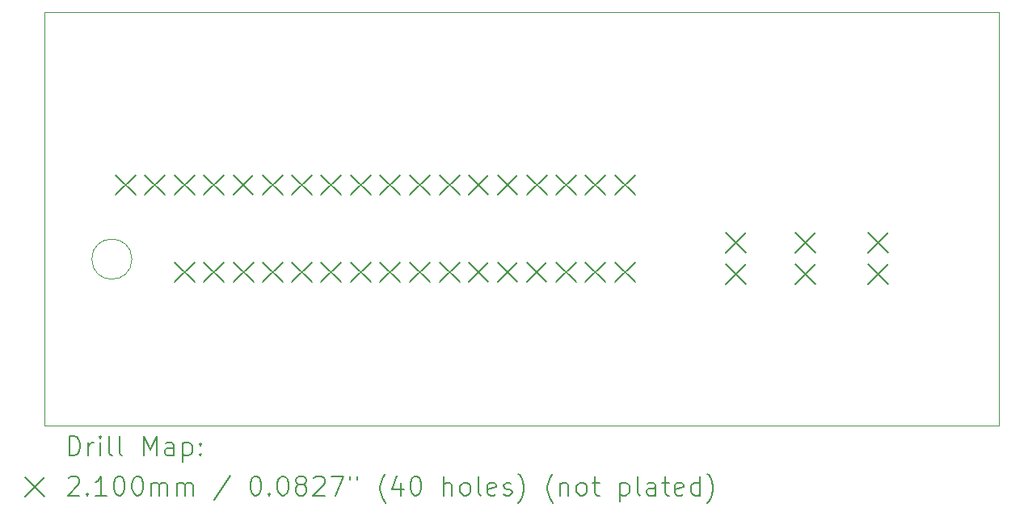
<source format=gbr>
%TF.GenerationSoftware,KiCad,Pcbnew,9.0.1*%
%TF.CreationDate,2025-06-29T19:09:28+12:00*%
%TF.ProjectId,pdp-11-colour,7064702d-3131-42d6-936f-6c6f75722e6b,rev?*%
%TF.SameCoordinates,Original*%
%TF.FileFunction,Drillmap*%
%TF.FilePolarity,Positive*%
%FSLAX45Y45*%
G04 Gerber Fmt 4.5, Leading zero omitted, Abs format (unit mm)*
G04 Created by KiCad (PCBNEW 9.0.1) date 2025-06-29 19:09:28*
%MOMM*%
%LPD*%
G01*
G04 APERTURE LIST*
%ADD10C,0.050000*%
%ADD11C,0.200000*%
%ADD12C,0.210000*%
G04 APERTURE END LIST*
D10*
X12225000Y-7792000D02*
G75*
G02*
X11805000Y-7792000I-210000J0D01*
G01*
X11805000Y-7792000D02*
G75*
G02*
X12225000Y-7792000I210000J0D01*
G01*
X21311500Y-9536245D02*
X21311500Y-5202945D01*
X11311500Y-9536245D02*
X11311500Y-5202945D01*
X21311500Y-5202945D02*
X11311500Y-5202945D01*
X11311500Y-9536245D02*
X21311500Y-9536245D01*
D11*
D12*
X12056000Y-6909000D02*
X12266000Y-7119000D01*
X12266000Y-6909000D02*
X12056000Y-7119000D01*
X12363000Y-6909000D02*
X12573000Y-7119000D01*
X12573000Y-6909000D02*
X12363000Y-7119000D01*
X12673000Y-6909000D02*
X12883000Y-7119000D01*
X12883000Y-6909000D02*
X12673000Y-7119000D01*
X12674000Y-7824000D02*
X12884000Y-8034000D01*
X12884000Y-7824000D02*
X12674000Y-8034000D01*
X12980000Y-6909000D02*
X13190000Y-7119000D01*
X13190000Y-6909000D02*
X12980000Y-7119000D01*
X12980000Y-7824000D02*
X13190000Y-8034000D01*
X13190000Y-7824000D02*
X12980000Y-8034000D01*
X13287000Y-6909000D02*
X13497000Y-7119000D01*
X13497000Y-6909000D02*
X13287000Y-7119000D01*
X13288000Y-7824000D02*
X13498000Y-8034000D01*
X13498000Y-7824000D02*
X13288000Y-8034000D01*
X13596000Y-6909000D02*
X13806000Y-7119000D01*
X13806000Y-6909000D02*
X13596000Y-7119000D01*
X13596000Y-7824000D02*
X13806000Y-8034000D01*
X13806000Y-7824000D02*
X13596000Y-8034000D01*
X13901000Y-7824000D02*
X14111000Y-8034000D01*
X14111000Y-7824000D02*
X13901000Y-8034000D01*
X13902000Y-6909000D02*
X14112000Y-7119000D01*
X14112000Y-6909000D02*
X13902000Y-7119000D01*
X14209000Y-6909000D02*
X14419000Y-7119000D01*
X14419000Y-6909000D02*
X14209000Y-7119000D01*
X14209000Y-7824000D02*
X14419000Y-8034000D01*
X14419000Y-7824000D02*
X14209000Y-8034000D01*
X14516000Y-6909000D02*
X14726000Y-7119000D01*
X14726000Y-6909000D02*
X14516000Y-7119000D01*
X14516000Y-7824000D02*
X14726000Y-8034000D01*
X14726000Y-7824000D02*
X14516000Y-8034000D01*
X14825000Y-6909000D02*
X15035000Y-7119000D01*
X15035000Y-6909000D02*
X14825000Y-7119000D01*
X14825000Y-7824000D02*
X15035000Y-8034000D01*
X15035000Y-7824000D02*
X14825000Y-8034000D01*
X15135000Y-7824000D02*
X15345000Y-8034000D01*
X15345000Y-7824000D02*
X15135000Y-8034000D01*
X15137000Y-6909000D02*
X15347000Y-7119000D01*
X15347000Y-6909000D02*
X15137000Y-7119000D01*
X15447000Y-6909000D02*
X15657000Y-7119000D01*
X15657000Y-6909000D02*
X15447000Y-7119000D01*
X15447000Y-7824000D02*
X15657000Y-8034000D01*
X15657000Y-7824000D02*
X15447000Y-8034000D01*
X15750000Y-6909000D02*
X15960000Y-7119000D01*
X15960000Y-6909000D02*
X15750000Y-7119000D01*
X15750000Y-7824000D02*
X15960000Y-8034000D01*
X15960000Y-7824000D02*
X15750000Y-8034000D01*
X16055000Y-6909000D02*
X16265000Y-7119000D01*
X16265000Y-6909000D02*
X16055000Y-7119000D01*
X16056000Y-7824000D02*
X16266000Y-8034000D01*
X16266000Y-7824000D02*
X16056000Y-8034000D01*
X16361000Y-7824000D02*
X16571000Y-8034000D01*
X16571000Y-7824000D02*
X16361000Y-8034000D01*
X16362000Y-6909000D02*
X16572000Y-7119000D01*
X16572000Y-6909000D02*
X16362000Y-7119000D01*
X16667000Y-6909000D02*
X16877000Y-7119000D01*
X16877000Y-6909000D02*
X16667000Y-7119000D01*
X16667000Y-7824000D02*
X16877000Y-8034000D01*
X16877000Y-7824000D02*
X16667000Y-8034000D01*
X16976000Y-6909000D02*
X17186000Y-7119000D01*
X17186000Y-6909000D02*
X16976000Y-7119000D01*
X16976000Y-7824000D02*
X17186000Y-8034000D01*
X17186000Y-7824000D02*
X16976000Y-8034000D01*
X17285000Y-6909000D02*
X17495000Y-7119000D01*
X17495000Y-6909000D02*
X17285000Y-7119000D01*
X17285000Y-7824000D02*
X17495000Y-8034000D01*
X17495000Y-7824000D02*
X17285000Y-8034000D01*
X18446371Y-7514000D02*
X18656371Y-7724000D01*
X18656371Y-7514000D02*
X18446371Y-7724000D01*
X18446371Y-7845000D02*
X18656371Y-8055000D01*
X18656371Y-7845000D02*
X18446371Y-8055000D01*
X19178371Y-7514000D02*
X19388371Y-7724000D01*
X19388371Y-7514000D02*
X19178371Y-7724000D01*
X19178371Y-7845000D02*
X19388371Y-8055000D01*
X19388371Y-7845000D02*
X19178371Y-8055000D01*
X19935371Y-7514000D02*
X20145371Y-7724000D01*
X20145371Y-7514000D02*
X19935371Y-7724000D01*
X19935371Y-7845000D02*
X20145371Y-8055000D01*
X20145371Y-7845000D02*
X19935371Y-8055000D01*
D11*
X11569777Y-9850229D02*
X11569777Y-9650229D01*
X11569777Y-9650229D02*
X11617396Y-9650229D01*
X11617396Y-9650229D02*
X11645967Y-9659753D01*
X11645967Y-9659753D02*
X11665015Y-9678800D01*
X11665015Y-9678800D02*
X11674539Y-9697848D01*
X11674539Y-9697848D02*
X11684062Y-9735943D01*
X11684062Y-9735943D02*
X11684062Y-9764515D01*
X11684062Y-9764515D02*
X11674539Y-9802610D01*
X11674539Y-9802610D02*
X11665015Y-9821657D01*
X11665015Y-9821657D02*
X11645967Y-9840705D01*
X11645967Y-9840705D02*
X11617396Y-9850229D01*
X11617396Y-9850229D02*
X11569777Y-9850229D01*
X11769777Y-9850229D02*
X11769777Y-9716895D01*
X11769777Y-9754991D02*
X11779301Y-9735943D01*
X11779301Y-9735943D02*
X11788824Y-9726419D01*
X11788824Y-9726419D02*
X11807872Y-9716895D01*
X11807872Y-9716895D02*
X11826920Y-9716895D01*
X11893586Y-9850229D02*
X11893586Y-9716895D01*
X11893586Y-9650229D02*
X11884062Y-9659753D01*
X11884062Y-9659753D02*
X11893586Y-9669276D01*
X11893586Y-9669276D02*
X11903110Y-9659753D01*
X11903110Y-9659753D02*
X11893586Y-9650229D01*
X11893586Y-9650229D02*
X11893586Y-9669276D01*
X12017396Y-9850229D02*
X11998348Y-9840705D01*
X11998348Y-9840705D02*
X11988824Y-9821657D01*
X11988824Y-9821657D02*
X11988824Y-9650229D01*
X12122158Y-9850229D02*
X12103110Y-9840705D01*
X12103110Y-9840705D02*
X12093586Y-9821657D01*
X12093586Y-9821657D02*
X12093586Y-9650229D01*
X12350729Y-9850229D02*
X12350729Y-9650229D01*
X12350729Y-9650229D02*
X12417396Y-9793086D01*
X12417396Y-9793086D02*
X12484062Y-9650229D01*
X12484062Y-9650229D02*
X12484062Y-9850229D01*
X12665015Y-9850229D02*
X12665015Y-9745467D01*
X12665015Y-9745467D02*
X12655491Y-9726419D01*
X12655491Y-9726419D02*
X12636443Y-9716895D01*
X12636443Y-9716895D02*
X12598348Y-9716895D01*
X12598348Y-9716895D02*
X12579301Y-9726419D01*
X12665015Y-9840705D02*
X12645967Y-9850229D01*
X12645967Y-9850229D02*
X12598348Y-9850229D01*
X12598348Y-9850229D02*
X12579301Y-9840705D01*
X12579301Y-9840705D02*
X12569777Y-9821657D01*
X12569777Y-9821657D02*
X12569777Y-9802610D01*
X12569777Y-9802610D02*
X12579301Y-9783562D01*
X12579301Y-9783562D02*
X12598348Y-9774038D01*
X12598348Y-9774038D02*
X12645967Y-9774038D01*
X12645967Y-9774038D02*
X12665015Y-9764515D01*
X12760253Y-9716895D02*
X12760253Y-9916895D01*
X12760253Y-9726419D02*
X12779301Y-9716895D01*
X12779301Y-9716895D02*
X12817396Y-9716895D01*
X12817396Y-9716895D02*
X12836443Y-9726419D01*
X12836443Y-9726419D02*
X12845967Y-9735943D01*
X12845967Y-9735943D02*
X12855491Y-9754991D01*
X12855491Y-9754991D02*
X12855491Y-9812134D01*
X12855491Y-9812134D02*
X12845967Y-9831181D01*
X12845967Y-9831181D02*
X12836443Y-9840705D01*
X12836443Y-9840705D02*
X12817396Y-9850229D01*
X12817396Y-9850229D02*
X12779301Y-9850229D01*
X12779301Y-9850229D02*
X12760253Y-9840705D01*
X12941205Y-9831181D02*
X12950729Y-9840705D01*
X12950729Y-9840705D02*
X12941205Y-9850229D01*
X12941205Y-9850229D02*
X12931682Y-9840705D01*
X12931682Y-9840705D02*
X12941205Y-9831181D01*
X12941205Y-9831181D02*
X12941205Y-9850229D01*
X12941205Y-9726419D02*
X12950729Y-9735943D01*
X12950729Y-9735943D02*
X12941205Y-9745467D01*
X12941205Y-9745467D02*
X12931682Y-9735943D01*
X12931682Y-9735943D02*
X12941205Y-9726419D01*
X12941205Y-9726419D02*
X12941205Y-9745467D01*
X11109000Y-10078745D02*
X11309000Y-10278745D01*
X11309000Y-10078745D02*
X11109000Y-10278745D01*
X11560253Y-10089276D02*
X11569777Y-10079753D01*
X11569777Y-10079753D02*
X11588824Y-10070229D01*
X11588824Y-10070229D02*
X11636443Y-10070229D01*
X11636443Y-10070229D02*
X11655491Y-10079753D01*
X11655491Y-10079753D02*
X11665015Y-10089276D01*
X11665015Y-10089276D02*
X11674539Y-10108324D01*
X11674539Y-10108324D02*
X11674539Y-10127372D01*
X11674539Y-10127372D02*
X11665015Y-10155943D01*
X11665015Y-10155943D02*
X11550729Y-10270229D01*
X11550729Y-10270229D02*
X11674539Y-10270229D01*
X11760253Y-10251181D02*
X11769777Y-10260705D01*
X11769777Y-10260705D02*
X11760253Y-10270229D01*
X11760253Y-10270229D02*
X11750729Y-10260705D01*
X11750729Y-10260705D02*
X11760253Y-10251181D01*
X11760253Y-10251181D02*
X11760253Y-10270229D01*
X11960253Y-10270229D02*
X11845967Y-10270229D01*
X11903110Y-10270229D02*
X11903110Y-10070229D01*
X11903110Y-10070229D02*
X11884062Y-10098800D01*
X11884062Y-10098800D02*
X11865015Y-10117848D01*
X11865015Y-10117848D02*
X11845967Y-10127372D01*
X12084062Y-10070229D02*
X12103110Y-10070229D01*
X12103110Y-10070229D02*
X12122158Y-10079753D01*
X12122158Y-10079753D02*
X12131682Y-10089276D01*
X12131682Y-10089276D02*
X12141205Y-10108324D01*
X12141205Y-10108324D02*
X12150729Y-10146419D01*
X12150729Y-10146419D02*
X12150729Y-10194038D01*
X12150729Y-10194038D02*
X12141205Y-10232134D01*
X12141205Y-10232134D02*
X12131682Y-10251181D01*
X12131682Y-10251181D02*
X12122158Y-10260705D01*
X12122158Y-10260705D02*
X12103110Y-10270229D01*
X12103110Y-10270229D02*
X12084062Y-10270229D01*
X12084062Y-10270229D02*
X12065015Y-10260705D01*
X12065015Y-10260705D02*
X12055491Y-10251181D01*
X12055491Y-10251181D02*
X12045967Y-10232134D01*
X12045967Y-10232134D02*
X12036443Y-10194038D01*
X12036443Y-10194038D02*
X12036443Y-10146419D01*
X12036443Y-10146419D02*
X12045967Y-10108324D01*
X12045967Y-10108324D02*
X12055491Y-10089276D01*
X12055491Y-10089276D02*
X12065015Y-10079753D01*
X12065015Y-10079753D02*
X12084062Y-10070229D01*
X12274539Y-10070229D02*
X12293586Y-10070229D01*
X12293586Y-10070229D02*
X12312634Y-10079753D01*
X12312634Y-10079753D02*
X12322158Y-10089276D01*
X12322158Y-10089276D02*
X12331682Y-10108324D01*
X12331682Y-10108324D02*
X12341205Y-10146419D01*
X12341205Y-10146419D02*
X12341205Y-10194038D01*
X12341205Y-10194038D02*
X12331682Y-10232134D01*
X12331682Y-10232134D02*
X12322158Y-10251181D01*
X12322158Y-10251181D02*
X12312634Y-10260705D01*
X12312634Y-10260705D02*
X12293586Y-10270229D01*
X12293586Y-10270229D02*
X12274539Y-10270229D01*
X12274539Y-10270229D02*
X12255491Y-10260705D01*
X12255491Y-10260705D02*
X12245967Y-10251181D01*
X12245967Y-10251181D02*
X12236443Y-10232134D01*
X12236443Y-10232134D02*
X12226920Y-10194038D01*
X12226920Y-10194038D02*
X12226920Y-10146419D01*
X12226920Y-10146419D02*
X12236443Y-10108324D01*
X12236443Y-10108324D02*
X12245967Y-10089276D01*
X12245967Y-10089276D02*
X12255491Y-10079753D01*
X12255491Y-10079753D02*
X12274539Y-10070229D01*
X12426920Y-10270229D02*
X12426920Y-10136895D01*
X12426920Y-10155943D02*
X12436443Y-10146419D01*
X12436443Y-10146419D02*
X12455491Y-10136895D01*
X12455491Y-10136895D02*
X12484063Y-10136895D01*
X12484063Y-10136895D02*
X12503110Y-10146419D01*
X12503110Y-10146419D02*
X12512634Y-10165467D01*
X12512634Y-10165467D02*
X12512634Y-10270229D01*
X12512634Y-10165467D02*
X12522158Y-10146419D01*
X12522158Y-10146419D02*
X12541205Y-10136895D01*
X12541205Y-10136895D02*
X12569777Y-10136895D01*
X12569777Y-10136895D02*
X12588824Y-10146419D01*
X12588824Y-10146419D02*
X12598348Y-10165467D01*
X12598348Y-10165467D02*
X12598348Y-10270229D01*
X12693586Y-10270229D02*
X12693586Y-10136895D01*
X12693586Y-10155943D02*
X12703110Y-10146419D01*
X12703110Y-10146419D02*
X12722158Y-10136895D01*
X12722158Y-10136895D02*
X12750729Y-10136895D01*
X12750729Y-10136895D02*
X12769777Y-10146419D01*
X12769777Y-10146419D02*
X12779301Y-10165467D01*
X12779301Y-10165467D02*
X12779301Y-10270229D01*
X12779301Y-10165467D02*
X12788824Y-10146419D01*
X12788824Y-10146419D02*
X12807872Y-10136895D01*
X12807872Y-10136895D02*
X12836443Y-10136895D01*
X12836443Y-10136895D02*
X12855491Y-10146419D01*
X12855491Y-10146419D02*
X12865015Y-10165467D01*
X12865015Y-10165467D02*
X12865015Y-10270229D01*
X13255491Y-10060705D02*
X13084063Y-10317848D01*
X13512634Y-10070229D02*
X13531682Y-10070229D01*
X13531682Y-10070229D02*
X13550729Y-10079753D01*
X13550729Y-10079753D02*
X13560253Y-10089276D01*
X13560253Y-10089276D02*
X13569777Y-10108324D01*
X13569777Y-10108324D02*
X13579301Y-10146419D01*
X13579301Y-10146419D02*
X13579301Y-10194038D01*
X13579301Y-10194038D02*
X13569777Y-10232134D01*
X13569777Y-10232134D02*
X13560253Y-10251181D01*
X13560253Y-10251181D02*
X13550729Y-10260705D01*
X13550729Y-10260705D02*
X13531682Y-10270229D01*
X13531682Y-10270229D02*
X13512634Y-10270229D01*
X13512634Y-10270229D02*
X13493586Y-10260705D01*
X13493586Y-10260705D02*
X13484063Y-10251181D01*
X13484063Y-10251181D02*
X13474539Y-10232134D01*
X13474539Y-10232134D02*
X13465015Y-10194038D01*
X13465015Y-10194038D02*
X13465015Y-10146419D01*
X13465015Y-10146419D02*
X13474539Y-10108324D01*
X13474539Y-10108324D02*
X13484063Y-10089276D01*
X13484063Y-10089276D02*
X13493586Y-10079753D01*
X13493586Y-10079753D02*
X13512634Y-10070229D01*
X13665015Y-10251181D02*
X13674539Y-10260705D01*
X13674539Y-10260705D02*
X13665015Y-10270229D01*
X13665015Y-10270229D02*
X13655491Y-10260705D01*
X13655491Y-10260705D02*
X13665015Y-10251181D01*
X13665015Y-10251181D02*
X13665015Y-10270229D01*
X13798348Y-10070229D02*
X13817396Y-10070229D01*
X13817396Y-10070229D02*
X13836444Y-10079753D01*
X13836444Y-10079753D02*
X13845967Y-10089276D01*
X13845967Y-10089276D02*
X13855491Y-10108324D01*
X13855491Y-10108324D02*
X13865015Y-10146419D01*
X13865015Y-10146419D02*
X13865015Y-10194038D01*
X13865015Y-10194038D02*
X13855491Y-10232134D01*
X13855491Y-10232134D02*
X13845967Y-10251181D01*
X13845967Y-10251181D02*
X13836444Y-10260705D01*
X13836444Y-10260705D02*
X13817396Y-10270229D01*
X13817396Y-10270229D02*
X13798348Y-10270229D01*
X13798348Y-10270229D02*
X13779301Y-10260705D01*
X13779301Y-10260705D02*
X13769777Y-10251181D01*
X13769777Y-10251181D02*
X13760253Y-10232134D01*
X13760253Y-10232134D02*
X13750729Y-10194038D01*
X13750729Y-10194038D02*
X13750729Y-10146419D01*
X13750729Y-10146419D02*
X13760253Y-10108324D01*
X13760253Y-10108324D02*
X13769777Y-10089276D01*
X13769777Y-10089276D02*
X13779301Y-10079753D01*
X13779301Y-10079753D02*
X13798348Y-10070229D01*
X13979301Y-10155943D02*
X13960253Y-10146419D01*
X13960253Y-10146419D02*
X13950729Y-10136895D01*
X13950729Y-10136895D02*
X13941206Y-10117848D01*
X13941206Y-10117848D02*
X13941206Y-10108324D01*
X13941206Y-10108324D02*
X13950729Y-10089276D01*
X13950729Y-10089276D02*
X13960253Y-10079753D01*
X13960253Y-10079753D02*
X13979301Y-10070229D01*
X13979301Y-10070229D02*
X14017396Y-10070229D01*
X14017396Y-10070229D02*
X14036444Y-10079753D01*
X14036444Y-10079753D02*
X14045967Y-10089276D01*
X14045967Y-10089276D02*
X14055491Y-10108324D01*
X14055491Y-10108324D02*
X14055491Y-10117848D01*
X14055491Y-10117848D02*
X14045967Y-10136895D01*
X14045967Y-10136895D02*
X14036444Y-10146419D01*
X14036444Y-10146419D02*
X14017396Y-10155943D01*
X14017396Y-10155943D02*
X13979301Y-10155943D01*
X13979301Y-10155943D02*
X13960253Y-10165467D01*
X13960253Y-10165467D02*
X13950729Y-10174991D01*
X13950729Y-10174991D02*
X13941206Y-10194038D01*
X13941206Y-10194038D02*
X13941206Y-10232134D01*
X13941206Y-10232134D02*
X13950729Y-10251181D01*
X13950729Y-10251181D02*
X13960253Y-10260705D01*
X13960253Y-10260705D02*
X13979301Y-10270229D01*
X13979301Y-10270229D02*
X14017396Y-10270229D01*
X14017396Y-10270229D02*
X14036444Y-10260705D01*
X14036444Y-10260705D02*
X14045967Y-10251181D01*
X14045967Y-10251181D02*
X14055491Y-10232134D01*
X14055491Y-10232134D02*
X14055491Y-10194038D01*
X14055491Y-10194038D02*
X14045967Y-10174991D01*
X14045967Y-10174991D02*
X14036444Y-10165467D01*
X14036444Y-10165467D02*
X14017396Y-10155943D01*
X14131682Y-10089276D02*
X14141206Y-10079753D01*
X14141206Y-10079753D02*
X14160253Y-10070229D01*
X14160253Y-10070229D02*
X14207872Y-10070229D01*
X14207872Y-10070229D02*
X14226920Y-10079753D01*
X14226920Y-10079753D02*
X14236444Y-10089276D01*
X14236444Y-10089276D02*
X14245967Y-10108324D01*
X14245967Y-10108324D02*
X14245967Y-10127372D01*
X14245967Y-10127372D02*
X14236444Y-10155943D01*
X14236444Y-10155943D02*
X14122158Y-10270229D01*
X14122158Y-10270229D02*
X14245967Y-10270229D01*
X14312634Y-10070229D02*
X14445967Y-10070229D01*
X14445967Y-10070229D02*
X14360253Y-10270229D01*
X14512634Y-10070229D02*
X14512634Y-10108324D01*
X14588825Y-10070229D02*
X14588825Y-10108324D01*
X14884063Y-10346419D02*
X14874539Y-10336895D01*
X14874539Y-10336895D02*
X14855491Y-10308324D01*
X14855491Y-10308324D02*
X14845968Y-10289276D01*
X14845968Y-10289276D02*
X14836444Y-10260705D01*
X14836444Y-10260705D02*
X14826920Y-10213086D01*
X14826920Y-10213086D02*
X14826920Y-10174991D01*
X14826920Y-10174991D02*
X14836444Y-10127372D01*
X14836444Y-10127372D02*
X14845968Y-10098800D01*
X14845968Y-10098800D02*
X14855491Y-10079753D01*
X14855491Y-10079753D02*
X14874539Y-10051181D01*
X14874539Y-10051181D02*
X14884063Y-10041657D01*
X15045968Y-10136895D02*
X15045968Y-10270229D01*
X14998348Y-10060705D02*
X14950729Y-10203562D01*
X14950729Y-10203562D02*
X15074539Y-10203562D01*
X15188825Y-10070229D02*
X15207872Y-10070229D01*
X15207872Y-10070229D02*
X15226920Y-10079753D01*
X15226920Y-10079753D02*
X15236444Y-10089276D01*
X15236444Y-10089276D02*
X15245968Y-10108324D01*
X15245968Y-10108324D02*
X15255491Y-10146419D01*
X15255491Y-10146419D02*
X15255491Y-10194038D01*
X15255491Y-10194038D02*
X15245968Y-10232134D01*
X15245968Y-10232134D02*
X15236444Y-10251181D01*
X15236444Y-10251181D02*
X15226920Y-10260705D01*
X15226920Y-10260705D02*
X15207872Y-10270229D01*
X15207872Y-10270229D02*
X15188825Y-10270229D01*
X15188825Y-10270229D02*
X15169777Y-10260705D01*
X15169777Y-10260705D02*
X15160253Y-10251181D01*
X15160253Y-10251181D02*
X15150729Y-10232134D01*
X15150729Y-10232134D02*
X15141206Y-10194038D01*
X15141206Y-10194038D02*
X15141206Y-10146419D01*
X15141206Y-10146419D02*
X15150729Y-10108324D01*
X15150729Y-10108324D02*
X15160253Y-10089276D01*
X15160253Y-10089276D02*
X15169777Y-10079753D01*
X15169777Y-10079753D02*
X15188825Y-10070229D01*
X15493587Y-10270229D02*
X15493587Y-10070229D01*
X15579301Y-10270229D02*
X15579301Y-10165467D01*
X15579301Y-10165467D02*
X15569777Y-10146419D01*
X15569777Y-10146419D02*
X15550730Y-10136895D01*
X15550730Y-10136895D02*
X15522158Y-10136895D01*
X15522158Y-10136895D02*
X15503110Y-10146419D01*
X15503110Y-10146419D02*
X15493587Y-10155943D01*
X15703110Y-10270229D02*
X15684063Y-10260705D01*
X15684063Y-10260705D02*
X15674539Y-10251181D01*
X15674539Y-10251181D02*
X15665015Y-10232134D01*
X15665015Y-10232134D02*
X15665015Y-10174991D01*
X15665015Y-10174991D02*
X15674539Y-10155943D01*
X15674539Y-10155943D02*
X15684063Y-10146419D01*
X15684063Y-10146419D02*
X15703110Y-10136895D01*
X15703110Y-10136895D02*
X15731682Y-10136895D01*
X15731682Y-10136895D02*
X15750730Y-10146419D01*
X15750730Y-10146419D02*
X15760253Y-10155943D01*
X15760253Y-10155943D02*
X15769777Y-10174991D01*
X15769777Y-10174991D02*
X15769777Y-10232134D01*
X15769777Y-10232134D02*
X15760253Y-10251181D01*
X15760253Y-10251181D02*
X15750730Y-10260705D01*
X15750730Y-10260705D02*
X15731682Y-10270229D01*
X15731682Y-10270229D02*
X15703110Y-10270229D01*
X15884063Y-10270229D02*
X15865015Y-10260705D01*
X15865015Y-10260705D02*
X15855491Y-10241657D01*
X15855491Y-10241657D02*
X15855491Y-10070229D01*
X16036444Y-10260705D02*
X16017396Y-10270229D01*
X16017396Y-10270229D02*
X15979301Y-10270229D01*
X15979301Y-10270229D02*
X15960253Y-10260705D01*
X15960253Y-10260705D02*
X15950730Y-10241657D01*
X15950730Y-10241657D02*
X15950730Y-10165467D01*
X15950730Y-10165467D02*
X15960253Y-10146419D01*
X15960253Y-10146419D02*
X15979301Y-10136895D01*
X15979301Y-10136895D02*
X16017396Y-10136895D01*
X16017396Y-10136895D02*
X16036444Y-10146419D01*
X16036444Y-10146419D02*
X16045968Y-10165467D01*
X16045968Y-10165467D02*
X16045968Y-10184515D01*
X16045968Y-10184515D02*
X15950730Y-10203562D01*
X16122158Y-10260705D02*
X16141206Y-10270229D01*
X16141206Y-10270229D02*
X16179301Y-10270229D01*
X16179301Y-10270229D02*
X16198349Y-10260705D01*
X16198349Y-10260705D02*
X16207872Y-10241657D01*
X16207872Y-10241657D02*
X16207872Y-10232134D01*
X16207872Y-10232134D02*
X16198349Y-10213086D01*
X16198349Y-10213086D02*
X16179301Y-10203562D01*
X16179301Y-10203562D02*
X16150730Y-10203562D01*
X16150730Y-10203562D02*
X16131682Y-10194038D01*
X16131682Y-10194038D02*
X16122158Y-10174991D01*
X16122158Y-10174991D02*
X16122158Y-10165467D01*
X16122158Y-10165467D02*
X16131682Y-10146419D01*
X16131682Y-10146419D02*
X16150730Y-10136895D01*
X16150730Y-10136895D02*
X16179301Y-10136895D01*
X16179301Y-10136895D02*
X16198349Y-10146419D01*
X16274539Y-10346419D02*
X16284063Y-10336895D01*
X16284063Y-10336895D02*
X16303111Y-10308324D01*
X16303111Y-10308324D02*
X16312634Y-10289276D01*
X16312634Y-10289276D02*
X16322158Y-10260705D01*
X16322158Y-10260705D02*
X16331682Y-10213086D01*
X16331682Y-10213086D02*
X16331682Y-10174991D01*
X16331682Y-10174991D02*
X16322158Y-10127372D01*
X16322158Y-10127372D02*
X16312634Y-10098800D01*
X16312634Y-10098800D02*
X16303111Y-10079753D01*
X16303111Y-10079753D02*
X16284063Y-10051181D01*
X16284063Y-10051181D02*
X16274539Y-10041657D01*
X16636444Y-10346419D02*
X16626920Y-10336895D01*
X16626920Y-10336895D02*
X16607872Y-10308324D01*
X16607872Y-10308324D02*
X16598349Y-10289276D01*
X16598349Y-10289276D02*
X16588825Y-10260705D01*
X16588825Y-10260705D02*
X16579301Y-10213086D01*
X16579301Y-10213086D02*
X16579301Y-10174991D01*
X16579301Y-10174991D02*
X16588825Y-10127372D01*
X16588825Y-10127372D02*
X16598349Y-10098800D01*
X16598349Y-10098800D02*
X16607872Y-10079753D01*
X16607872Y-10079753D02*
X16626920Y-10051181D01*
X16626920Y-10051181D02*
X16636444Y-10041657D01*
X16712634Y-10136895D02*
X16712634Y-10270229D01*
X16712634Y-10155943D02*
X16722158Y-10146419D01*
X16722158Y-10146419D02*
X16741206Y-10136895D01*
X16741206Y-10136895D02*
X16769777Y-10136895D01*
X16769777Y-10136895D02*
X16788825Y-10146419D01*
X16788825Y-10146419D02*
X16798349Y-10165467D01*
X16798349Y-10165467D02*
X16798349Y-10270229D01*
X16922158Y-10270229D02*
X16903111Y-10260705D01*
X16903111Y-10260705D02*
X16893587Y-10251181D01*
X16893587Y-10251181D02*
X16884063Y-10232134D01*
X16884063Y-10232134D02*
X16884063Y-10174991D01*
X16884063Y-10174991D02*
X16893587Y-10155943D01*
X16893587Y-10155943D02*
X16903111Y-10146419D01*
X16903111Y-10146419D02*
X16922158Y-10136895D01*
X16922158Y-10136895D02*
X16950730Y-10136895D01*
X16950730Y-10136895D02*
X16969777Y-10146419D01*
X16969777Y-10146419D02*
X16979301Y-10155943D01*
X16979301Y-10155943D02*
X16988825Y-10174991D01*
X16988825Y-10174991D02*
X16988825Y-10232134D01*
X16988825Y-10232134D02*
X16979301Y-10251181D01*
X16979301Y-10251181D02*
X16969777Y-10260705D01*
X16969777Y-10260705D02*
X16950730Y-10270229D01*
X16950730Y-10270229D02*
X16922158Y-10270229D01*
X17045968Y-10136895D02*
X17122158Y-10136895D01*
X17074539Y-10070229D02*
X17074539Y-10241657D01*
X17074539Y-10241657D02*
X17084063Y-10260705D01*
X17084063Y-10260705D02*
X17103111Y-10270229D01*
X17103111Y-10270229D02*
X17122158Y-10270229D01*
X17341206Y-10136895D02*
X17341206Y-10336895D01*
X17341206Y-10146419D02*
X17360254Y-10136895D01*
X17360254Y-10136895D02*
X17398349Y-10136895D01*
X17398349Y-10136895D02*
X17417396Y-10146419D01*
X17417396Y-10146419D02*
X17426920Y-10155943D01*
X17426920Y-10155943D02*
X17436444Y-10174991D01*
X17436444Y-10174991D02*
X17436444Y-10232134D01*
X17436444Y-10232134D02*
X17426920Y-10251181D01*
X17426920Y-10251181D02*
X17417396Y-10260705D01*
X17417396Y-10260705D02*
X17398349Y-10270229D01*
X17398349Y-10270229D02*
X17360254Y-10270229D01*
X17360254Y-10270229D02*
X17341206Y-10260705D01*
X17550730Y-10270229D02*
X17531682Y-10260705D01*
X17531682Y-10260705D02*
X17522158Y-10241657D01*
X17522158Y-10241657D02*
X17522158Y-10070229D01*
X17712635Y-10270229D02*
X17712635Y-10165467D01*
X17712635Y-10165467D02*
X17703111Y-10146419D01*
X17703111Y-10146419D02*
X17684063Y-10136895D01*
X17684063Y-10136895D02*
X17645968Y-10136895D01*
X17645968Y-10136895D02*
X17626920Y-10146419D01*
X17712635Y-10260705D02*
X17693587Y-10270229D01*
X17693587Y-10270229D02*
X17645968Y-10270229D01*
X17645968Y-10270229D02*
X17626920Y-10260705D01*
X17626920Y-10260705D02*
X17617396Y-10241657D01*
X17617396Y-10241657D02*
X17617396Y-10222610D01*
X17617396Y-10222610D02*
X17626920Y-10203562D01*
X17626920Y-10203562D02*
X17645968Y-10194038D01*
X17645968Y-10194038D02*
X17693587Y-10194038D01*
X17693587Y-10194038D02*
X17712635Y-10184515D01*
X17779301Y-10136895D02*
X17855492Y-10136895D01*
X17807873Y-10070229D02*
X17807873Y-10241657D01*
X17807873Y-10241657D02*
X17817396Y-10260705D01*
X17817396Y-10260705D02*
X17836444Y-10270229D01*
X17836444Y-10270229D02*
X17855492Y-10270229D01*
X17998349Y-10260705D02*
X17979301Y-10270229D01*
X17979301Y-10270229D02*
X17941206Y-10270229D01*
X17941206Y-10270229D02*
X17922158Y-10260705D01*
X17922158Y-10260705D02*
X17912635Y-10241657D01*
X17912635Y-10241657D02*
X17912635Y-10165467D01*
X17912635Y-10165467D02*
X17922158Y-10146419D01*
X17922158Y-10146419D02*
X17941206Y-10136895D01*
X17941206Y-10136895D02*
X17979301Y-10136895D01*
X17979301Y-10136895D02*
X17998349Y-10146419D01*
X17998349Y-10146419D02*
X18007873Y-10165467D01*
X18007873Y-10165467D02*
X18007873Y-10184515D01*
X18007873Y-10184515D02*
X17912635Y-10203562D01*
X18179301Y-10270229D02*
X18179301Y-10070229D01*
X18179301Y-10260705D02*
X18160254Y-10270229D01*
X18160254Y-10270229D02*
X18122158Y-10270229D01*
X18122158Y-10270229D02*
X18103111Y-10260705D01*
X18103111Y-10260705D02*
X18093587Y-10251181D01*
X18093587Y-10251181D02*
X18084063Y-10232134D01*
X18084063Y-10232134D02*
X18084063Y-10174991D01*
X18084063Y-10174991D02*
X18093587Y-10155943D01*
X18093587Y-10155943D02*
X18103111Y-10146419D01*
X18103111Y-10146419D02*
X18122158Y-10136895D01*
X18122158Y-10136895D02*
X18160254Y-10136895D01*
X18160254Y-10136895D02*
X18179301Y-10146419D01*
X18255492Y-10346419D02*
X18265016Y-10336895D01*
X18265016Y-10336895D02*
X18284063Y-10308324D01*
X18284063Y-10308324D02*
X18293587Y-10289276D01*
X18293587Y-10289276D02*
X18303111Y-10260705D01*
X18303111Y-10260705D02*
X18312635Y-10213086D01*
X18312635Y-10213086D02*
X18312635Y-10174991D01*
X18312635Y-10174991D02*
X18303111Y-10127372D01*
X18303111Y-10127372D02*
X18293587Y-10098800D01*
X18293587Y-10098800D02*
X18284063Y-10079753D01*
X18284063Y-10079753D02*
X18265016Y-10051181D01*
X18265016Y-10051181D02*
X18255492Y-10041657D01*
M02*

</source>
